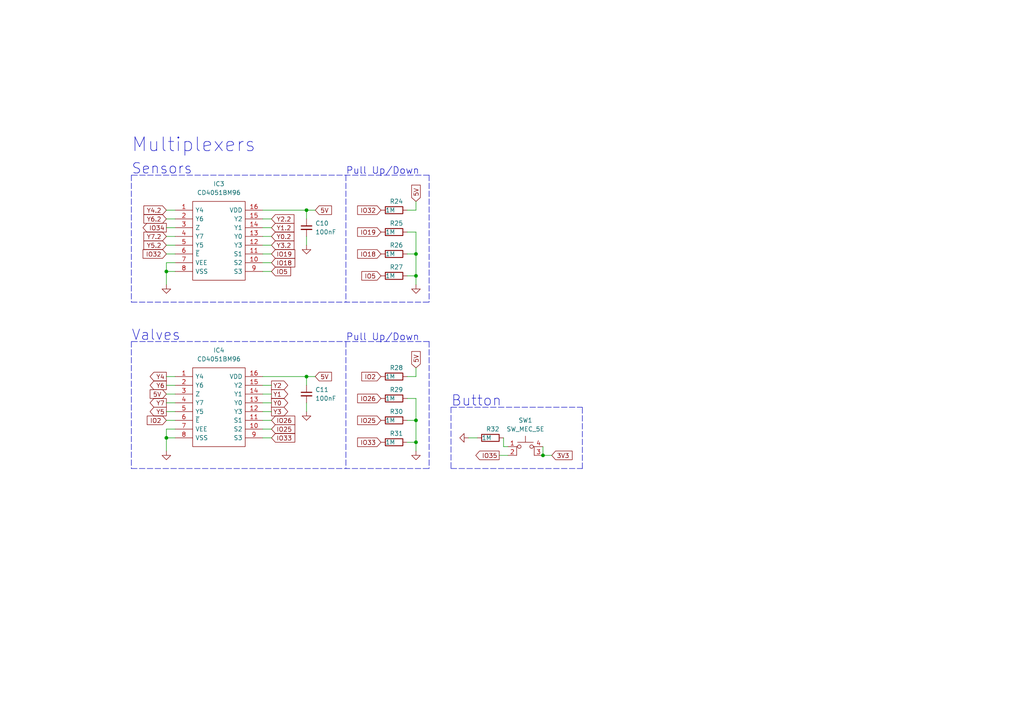
<source format=kicad_sch>
(kicad_sch (version 20231120) (generator "eeschema") (generator_version "8.0")
  (paper "A4")
  (title_block (title "Plant Watering") (date "2022-08-29") (rev "1") (company "All in one device for plant irrigation") (comment 1 "Reading moisture, processing data, including weather, switching of solenoid valves") (comment 2 "5 A peak current, max. 1 s") (comment 3 "24 V input voltage"))
  (lib_symbols
    (symbol "Device:C_Small" (pin_numbers hide) (pin_names (offset 0.254) hide)
      (property "Reference" "C" (at 0.254 1.778 0))
      (property "Value" "C_Small" (at 0.254 -2.032 0))
      (symbol "C_Small_0_1"
        (polyline (pts (xy -1.524 -0.508) (xy 1.524 -0.508)) (stroke (width 0.3302)))
        (polyline (pts (xy -1.524 0.508) (xy 1.524 0.508)) (stroke (width 0.3048)))
      )
      (symbol "C_Small_1_1"
        (pin passive line (at 0 2.54 270) (length 2.032) (name "~") (number "1"))
        (pin passive line (at 0 -2.54 90) (length 2.032) (name "~") (number "2"))
      )
    )
    (symbol "Device:R" (pin_numbers hide) (pin_names (offset 0))
      (property "Reference" "R" (at 2.032 0 90))
      (property "Value" "R" (at 0 0 90))
      (symbol "R_0_1"
        (rectangle (start -1.016 -2.54) (end 1.016 2.54) (stroke (width 0.254)))
      )
      (symbol "R_1_1"
        (pin passive line (at 0 3.81 270) (length 1.27) (name "~") (number "1"))
        (pin passive line (at 0 -3.81 90) (length 1.27) (name "~") (number "2"))
      )
    )
    (symbol "SamacSys_Parts:HEF4051BT,653" (pin_names (offset 0.762))
      (property "Reference" "IC" (at 21.59 7.62 0))
      (property "Value" "HEF4051BT,653" (at 21.59 5.08 0))
      (symbol "HEF4051BT,653_0_0"
        (pin passive line (at 0 0 0) (length 5.08) (name "Y4") (number "1"))
        (pin passive line (at 25.4 -15.24 180) (length 5.08) (name "S2") (number "10"))
        (pin passive line (at 25.4 -12.7 180) (length 5.08) (name "S1") (number "11"))
        (pin passive line (at 25.4 -10.16 180) (length 5.08) (name "Y3") (number "12"))
        (pin passive line (at 25.4 -7.62 180) (length 5.08) (name "Y0") (number "13"))
        (pin passive line (at 25.4 -5.08 180) (length 5.08) (name "Y1") (number "14"))
        (pin passive line (at 25.4 -2.54 180) (length 5.08) (name "Y2") (number "15"))
        (pin passive line (at 25.4 0 180) (length 5.08) (name "VDD") (number "16"))
        (pin passive line (at 0 -2.54 0) (length 5.08) (name "Y6") (number "2"))
        (pin passive line (at 0 -5.08 0) (length 5.08) (name "Z") (number "3"))
        (pin passive line (at 0 -7.62 0) (length 5.08) (name "Y7") (number "4"))
        (pin passive line (at 0 -10.16 0) (length 5.08) (name "Y5") (number "5"))
        (pin passive line (at 0 -12.7 0) (length 5.08) (name "~{E}") (number "6"))
        (pin passive line (at 0 -15.24 0) (length 5.08) (name "VEE") (number "7"))
        (pin passive line (at 0 -17.78 0) (length 5.08) (name "VSS") (number "8"))
        (pin passive line (at 25.4 -17.78 180) (length 5.08) (name "S3") (number "9"))
      )
      (symbol "HEF4051BT,653_0_1"
        (polyline (pts (xy 5.08 2.54) (xy 20.32 2.54) (xy 20.32 -20.32) (xy 5.08 -20.32) (xy 5.08 2.54)) (stroke (width 0.1524)))
      )
    )
    (symbol "Switch:SW_MEC_5E" (pin_names (offset 1.016) hide)
      (property "Reference" "SW" (at 0.635 5.715 0))
      (property "Value" "SW_MEC_5E" (at 0 -3.175 0))
      (symbol "SW_MEC_5E_0_1"
        (circle (center -1.778 2.54) (radius 0.508))
        (polyline (pts (xy -2.286 3.81) (xy 2.286 3.81)))
        (polyline (pts (xy 0 3.81) (xy 0 5.588)))
        (polyline (pts (xy -2.54 0) (xy -2.54 2.54) (xy -2.286 2.54)))
        (polyline (pts (xy 2.54 0) (xy 2.54 2.54) (xy 2.286 2.54)))
        (circle (center 1.778 2.54) (radius 0.508))
        (pin passive line (at -5.08 2.54 0) (length 2.54) (name "1") (number "1"))
        (pin passive line (at -5.08 0 0) (length 2.54) (name "2") (number "2"))
        (pin passive line (at 5.08 0 180) (length 2.54) (name "K") (number "3"))
        (pin passive line (at 5.08 2.54 180) (length 2.54) (name "A") (number "4"))
      )
    )
    (symbol "power:GND" (power) (pin_names (offset 0))
      (property "Value" "GND" (at 0 -3.81 0))
      (symbol "GND_0_1"
        (polyline (pts (xy 0 0) (xy 0 -1.27) (xy 1.27 -1.27) (xy 0 -2.54) (xy -1.27 -1.27) (xy 0 -1.27)))
      )
      (symbol "GND_1_1"
        (pin power_in line (at 0 0 270) (length 0) hide (name "GND") (number "1"))
      )
    )
  )
  (junction (at 120.65 73.66))
  (junction (at 48.26 78.74))
  (junction (at 120.65 121.92))
  (junction (at 157.48 132.08))
  (junction (at 88.9 109.22))
  (junction (at 120.65 128.27))
  (junction (at 88.9 60.96))
  (junction (at 48.26 127))
  (junction (at 120.65 80.01))
  (wire (pts (xy 120.65 80.01) (xy 120.65 82.55)))
  (polyline (pts (xy 130.81 135.89) (xy 168.91 135.89)) (stroke (width 0) (type dash)))
  (polyline (pts (xy 130.81 118.11) (xy 130.81 135.89)) (stroke (width 0) (type dash)))
  (polyline (pts (xy 38.1 87.63) (xy 124.46 87.63)) (stroke (width 0) (type dash)))
  (wire (pts (xy 144.78 132.08) (xy 147.32 132.08)))
  (wire (pts (xy 48.26 119.38) (xy 50.8 119.38)))
  (wire (pts (xy 157.48 132.08) (xy 160.02 132.08)))
  (wire (pts (xy 48.26 116.84) (xy 50.8 116.84)))
  (polyline (pts (xy 130.81 118.11) (xy 168.91 118.11)) (stroke (width 0) (type dash)))
  (wire (pts (xy 120.65 128.27) (xy 120.65 130.81)))
  (wire (pts (xy 48.26 76.2) (xy 48.26 78.74)))
  (wire (pts (xy 78.74 116.84) (xy 76.2 116.84)))
  (wire (pts (xy 48.26 60.96) (xy 50.8 60.96)))
  (wire (pts (xy 48.26 121.92) (xy 50.8 121.92)))
  (wire (pts (xy 120.65 73.66) (xy 120.65 80.01)))
  (wire (pts (xy 120.65 67.31) (xy 120.65 73.66)))
  (wire (pts (xy 88.9 60.96) (xy 88.9 63.5)))
  (wire (pts (xy 78.74 111.76) (xy 76.2 111.76)))
  (wire (pts (xy 48.26 109.22) (xy 50.8 109.22)))
  (wire (pts (xy 48.26 68.58) (xy 50.8 68.58)))
  (wire (pts (xy 120.65 109.22) (xy 120.65 106.68)))
  (wire (pts (xy 78.74 63.5) (xy 76.2 63.5)))
  (polyline (pts (xy 168.91 135.89) (xy 168.91 118.11)) (stroke (width 0) (type dash)))
  (polyline (pts (xy 100.33 50.8) (xy 100.33 87.63)) (stroke (width 0) (type dash)))
  (polyline (pts (xy 38.1 50.8) (xy 38.1 87.63)) (stroke (width 0) (type dash)))
  (wire (pts (xy 88.9 109.22) (xy 88.9 111.76)))
  (wire (pts (xy 48.26 71.12) (xy 50.8 71.12)))
  (wire (pts (xy 118.11 60.96) (xy 120.65 60.96)))
  (wire (pts (xy 48.26 78.74) (xy 48.26 82.55)))
  (wire (pts (xy 118.11 109.22) (xy 120.65 109.22)))
  (wire (pts (xy 78.74 68.58) (xy 76.2 68.58)))
  (polyline (pts (xy 100.33 99.06) (xy 100.33 135.89)) (stroke (width 0) (type dash)))
  (polyline (pts (xy 124.46 99.06) (xy 38.1 99.06)) (stroke (width 0) (type dash)))
  (wire (pts (xy 48.26 127) (xy 48.26 130.81)))
  (polyline (pts (xy 38.1 99.06) (xy 38.1 135.89)) (stroke (width 0) (type dash)))
  (wire (pts (xy 78.74 124.46) (xy 76.2 124.46)))
  (wire (pts (xy 76.2 109.22) (xy 88.9 109.22)))
  (wire (pts (xy 78.74 71.12) (xy 76.2 71.12)))
  (wire (pts (xy 88.9 116.84) (xy 88.9 119.38)))
  (wire (pts (xy 78.74 66.04) (xy 76.2 66.04)))
  (wire (pts (xy 50.8 124.46) (xy 48.26 124.46)))
  (wire (pts (xy 50.8 76.2) (xy 48.26 76.2)))
  (polyline (pts (xy 124.46 50.8) (xy 38.1 50.8)) (stroke (width 0) (type dash)))
  (wire (pts (xy 118.11 115.57) (xy 120.65 115.57)))
  (wire (pts (xy 78.74 121.92) (xy 76.2 121.92)))
  (wire (pts (xy 48.26 124.46) (xy 48.26 127)))
  (wire (pts (xy 48.26 63.5) (xy 50.8 63.5)))
  (wire (pts (xy 48.26 66.04) (xy 50.8 66.04)))
  (wire (pts (xy 120.65 60.96) (xy 120.65 58.42)))
  (wire (pts (xy 157.48 129.54) (xy 157.48 132.08)))
  (wire (pts (xy 135.89 127) (xy 138.43 127)))
  (wire (pts (xy 120.65 121.92) (xy 120.65 128.27)))
  (wire (pts (xy 118.11 67.31) (xy 120.65 67.31)))
  (wire (pts (xy 88.9 109.22) (xy 91.44 109.22)))
  (wire (pts (xy 76.2 60.96) (xy 88.9 60.96)))
  (wire (pts (xy 76.2 78.74) (xy 78.74 78.74)))
  (polyline (pts (xy 124.46 99.06) (xy 124.46 135.89)) (stroke (width 0) (type dash)))
  (wire (pts (xy 76.2 73.66) (xy 78.74 73.66)))
  (wire (pts (xy 48.26 127) (xy 50.8 127)))
  (wire (pts (xy 146.05 129.54) (xy 146.05 127)))
  (wire (pts (xy 78.74 127) (xy 76.2 127)))
  (wire (pts (xy 118.11 80.01) (xy 120.65 80.01)))
  (wire (pts (xy 78.74 119.38) (xy 76.2 119.38)))
  (wire (pts (xy 118.11 128.27) (xy 120.65 128.27)))
  (wire (pts (xy 78.74 76.2) (xy 76.2 76.2)))
  (wire (pts (xy 48.26 114.3) (xy 50.8 114.3)))
  (wire (pts (xy 48.26 111.76) (xy 50.8 111.76)))
  (wire (pts (xy 118.11 121.92) (xy 120.65 121.92)))
  (wire (pts (xy 48.26 78.74) (xy 50.8 78.74)))
  (wire (pts (xy 120.65 115.57) (xy 120.65 121.92)))
  (wire (pts (xy 88.9 68.58) (xy 88.9 71.12)))
  (polyline (pts (xy 124.46 50.8) (xy 124.46 87.63)) (stroke (width 0) (type dash)))
  (polyline (pts (xy 38.1 135.89) (xy 124.46 135.89)) (stroke (width 0) (type dash)))
  (wire (pts (xy 88.9 60.96) (xy 91.44 60.96)))
  (wire (pts (xy 147.32 129.54) (xy 146.05 129.54)))
  (wire (pts (xy 48.26 73.66) (xy 50.8 73.66)))
  (wire (pts (xy 118.11 73.66) (xy 120.65 73.66)))
  (wire (pts (xy 78.74 114.3) (xy 76.2 114.3)))
  (text "Button\n" (at 130.81 118.11 0) (effects (font (size 3 3)) (justify left bottom)))
  (text "Valves" (at 38.1 99.06 0) (effects (font (size 3 3)) (justify left bottom)))
  (text "Pull Up/Down" (at 100.33 50.8 0) (effects (font (size 2 2)) (justify left bottom)))
  (text "Multiplexers" (at 38.1 44.45 0) (effects (font (size 4 4)) (justify left bottom)))
  (text "Sensors" (at 38.1 50.8 0) (effects (font (size 3 3)) (justify left bottom)))
  (text "Pull Up/Down" (at 100.33 99.06 0) (effects (font (size 2 2)) (justify left bottom)))
  (global_label "Y1" (shape output) (at 78.74 114.3 0) (property "Intersheetrefs" "${INTERSHEET_REFS}" (effects (hide yes))))
  (global_label "IO18" (shape input) (at 110.49 73.66 180) (property "Intersheetrefs" "${INTERSHEET_REFS}" (effects (hide yes))))
  (global_label "IO26" (shape input) (at 110.49 115.57 180) (property "Intersheetrefs" "${INTERSHEET_REFS}" (effects (hide yes))))
  (global_label "Y4.2" (shape input) (at 48.26 60.96 180) (property "Intersheetrefs" "${INTERSHEET_REFS}" (effects (hide yes))))
  (global_label "IO19" (shape input) (at 78.74 73.66 0) (property "Intersheetrefs" "${INTERSHEET_REFS}" (effects (hide yes))))
  (global_label "Y5.2" (shape input) (at 48.26 71.12 180) (property "Intersheetrefs" "${INTERSHEET_REFS}" (effects (hide yes))))
  (global_label "3V3" (shape input) (at 160.02 132.08 0) (property "Intersheetrefs" "${INTERSHEET_REFS}" (effects (hide yes))))
  (global_label "IO25" (shape input) (at 78.74 124.46 0) (property "Intersheetrefs" "${INTERSHEET_REFS}" (effects (hide yes))))
  (global_label "IO2" (shape input) (at 48.26 121.92 180) (property "Intersheetrefs" "${INTERSHEET_REFS}" (effects (hide yes))))
  (global_label "5V" (shape input) (at 48.26 114.3 180) (property "Intersheetrefs" "${INTERSHEET_REFS}" (effects (hide yes))))
  (global_label "Y7.2" (shape input) (at 48.26 68.58 180) (property "Intersheetrefs" "${INTERSHEET_REFS}" (effects (hide yes))))
  (global_label "IO35" (shape output) (at 144.78 132.08 180) (property "Intersheetrefs" "${INTERSHEET_REFS}" (effects (hide yes))))
  (global_label "IO34" (shape output) (at 48.26 66.04 180) (property "Intersheetrefs" "${INTERSHEET_REFS}" (effects (hide yes))))
  (global_label "IO33" (shape input) (at 110.49 128.27 180) (property "Intersheetrefs" "${INTERSHEET_REFS}" (effects (hide yes))))
  (global_label "5V" (shape input) (at 91.44 109.22 0) (property "Intersheetrefs" "${INTERSHEET_REFS}" (effects (hide yes))))
  (global_label "IO33" (shape input) (at 78.74 127 0) (property "Intersheetrefs" "${INTERSHEET_REFS}" (effects (hide yes))))
  (global_label "Y4" (shape output) (at 48.26 109.22 180) (property "Intersheetrefs" "${INTERSHEET_REFS}" (effects (hide yes))))
  (global_label "Y0.2" (shape input) (at 78.74 68.58 0) (property "Intersheetrefs" "${INTERSHEET_REFS}" (effects (hide yes))))
  (global_label "Y1.2" (shape input) (at 78.74 66.04 0) (property "Intersheetrefs" "${INTERSHEET_REFS}" (effects (hide yes))))
  (global_label "Y3.2" (shape input) (at 78.74 71.12 0) (property "Intersheetrefs" "${INTERSHEET_REFS}" (effects (hide yes))))
  (global_label "IO25" (shape input) (at 110.49 121.92 180) (property "Intersheetrefs" "${INTERSHEET_REFS}" (effects (hide yes))))
  (global_label "Y3" (shape output) (at 78.74 119.38 0) (property "Intersheetrefs" "${INTERSHEET_REFS}" (effects (hide yes))))
  (global_label "5V" (shape input) (at 120.65 58.42 90) (property "Intersheetrefs" "${INTERSHEET_REFS}" (effects (hide yes))))
  (global_label "IO32" (shape input) (at 110.49 60.96 180) (property "Intersheetrefs" "${INTERSHEET_REFS}" (effects (hide yes))))
  (global_label "IO2" (shape input) (at 110.49 109.22 180) (property "Intersheetrefs" "${INTERSHEET_REFS}" (effects (hide yes))))
  (global_label "IO18" (shape input) (at 78.74 76.2 0) (property "Intersheetrefs" "${INTERSHEET_REFS}" (effects (hide yes))))
  (global_label "IO5" (shape input) (at 78.74 78.74 0) (property "Intersheetrefs" "${INTERSHEET_REFS}" (effects (hide yes))))
  (global_label "Y6.2" (shape input) (at 48.26 63.5 180) (property "Intersheetrefs" "${INTERSHEET_REFS}" (effects (hide yes))))
  (global_label "Y5" (shape output) (at 48.26 119.38 180) (property "Intersheetrefs" "${INTERSHEET_REFS}" (effects (hide yes))))
  (global_label "Y7" (shape output) (at 48.26 116.84 180) (property "Intersheetrefs" "${INTERSHEET_REFS}" (effects (hide yes))))
  (global_label "IO5" (shape input) (at 110.49 80.01 180) (property "Intersheetrefs" "${INTERSHEET_REFS}" (effects (hide yes))))
  (global_label "Y2" (shape output) (at 78.74 111.76 0) (property "Intersheetrefs" "${INTERSHEET_REFS}" (effects (hide yes))))
  (global_label "IO32" (shape input) (at 48.26 73.66 180) (property "Intersheetrefs" "${INTERSHEET_REFS}" (effects (hide yes))))
  (global_label "IO19" (shape input) (at 110.49 67.31 180) (property "Intersheetrefs" "${INTERSHEET_REFS}" (effects (hide yes))))
  (global_label "Y6" (shape output) (at 48.26 111.76 180) (property "Intersheetrefs" "${INTERSHEET_REFS}" (effects (hide yes))))
  (global_label "Y2.2" (shape input) (at 78.74 63.5 0) (property "Intersheetrefs" "${INTERSHEET_REFS}" (effects (hide yes))))
  (global_label "IO26" (shape input) (at 78.74 121.92 0) (property "Intersheetrefs" "${INTERSHEET_REFS}" (effects (hide yes))))
  (global_label "Y0" (shape output) (at 78.74 116.84 0) (property "Intersheetrefs" "${INTERSHEET_REFS}" (effects (hide yes))))
  (global_label "5V" (shape input) (at 120.65 106.68 90) (property "Intersheetrefs" "${INTERSHEET_REFS}" (effects (hide yes))))
  (global_label "5V" (shape input) (at 91.44 60.96 0) (property "Intersheetrefs" "${INTERSHEET_REFS}" (effects (hide yes))))
  (symbol (lib_id "Device:R") (at 142.24 127 270) (unit 1)
    (property "Reference" "R32" (at 140.97 124.46 90) (effects (justify left)))
    (property "Value" "1M" (at 139.7 127 90) (effects (justify left)))
    (property "Footprint" "Resistor_SMD:R_0805_2012Metric" (effects (hide yes)))
    (property "LCSC" "C17514" (effects (hide yes)))
  )
  (symbol (lib_id "power:GND") (at 120.65 130.81 0) (unit 1)
    (property "Reference" "#PWR048" (effects (hide yes)))
    (property "Value" "GND" (effects (hide yes)))
  )
  (symbol (lib_id "Device:R") (at 114.3 121.92 270) (unit 1)
    (property "Reference" "R30" (at 113.03 119.38 90) (effects (justify left)))
    (property "Value" "1M" (at 111.76 121.92 90) (effects (justify left)))
    (property "Footprint" "Resistor_SMD:R_0805_2012Metric" (effects (hide yes)))
    (property "LCSC" "C17514" (effects (hide yes)))
  )
  (symbol (lib_id "power:GND") (at 48.26 130.81 0) (unit 1)
    (property "Reference" "#PWR044" (effects (hide yes)))
    (property "Value" "GND" (effects (hide yes)))
  )
  (symbol (lib_id "Device:R") (at 114.3 80.01 270) (unit 1)
    (property "Reference" "R27" (at 113.03 77.47 90) (effects (justify left)))
    (property "Value" "1M" (at 111.76 80.01 90) (effects (justify left)))
    (property "Footprint" "Resistor_SMD:R_0805_2012Metric" (effects (hide yes)))
    (property "LCSC" "C17514" (effects (hide yes)))
  )
  (symbol (lib_id "power:GND") (at 135.89 127 270) (unit 1)
    (property "Reference" "#PWR049" (effects (hide yes)))
    (property "Value" "GND" (effects (hide yes)))
  )
  (symbol (lib_id "power:GND") (at 120.65 82.55 0) (unit 1)
    (property "Reference" "#PWR047" (effects (hide yes)))
    (property "Value" "GND" (effects (hide yes)))
  )
  (symbol (lib_id "power:GND") (at 88.9 119.38 0) (unit 1)
    (property "Reference" "#PWR046" (effects (hide yes)))
    (property "Value" "GND" (effects (hide yes)))
  )
  (symbol (lib_id "SamacSys_Parts:HEF4051BT,653") (at 50.8 60.96 0) (unit 1)
    (property "Reference" "IC3" (at 63.5 53.34 0))
    (property "Value" "CD4051BM96" (at 63.5 55.88 0))
    (property "Footprint" "SamacSys_Parts:SOIC127P600X175-16N" (effects (hide yes)))
    (property "Description" "HEF4051B - 8-channel analog multiplexer/demultiplexer@en-us" (effects (hide yes)))
    (property "Height" "1.75" (effects (hide yes)))
    (property "Manufacturer_Part_Number" "CD4051BM96" (effects (hide yes)))
    (property "LCSC" "C21379" (effects (hide yes)))
  )
  (symbol (lib_id "Device:C_Small") (at 88.9 114.3 0) (unit 1)
    (property "Reference" "C11" (at 91.44 113.03 0) (effects (justify left)))
    (property "Value" "100nF" (at 91.44 115.57 0) (effects (justify left)))
    (property "Footprint" "Capacitor_SMD:C_0805_2012Metric" (effects (hide yes)))
    (property "LCSC" "C49678" (effects (hide yes)))
  )
  (symbol (lib_id "Device:R") (at 114.3 73.66 270) (unit 1)
    (property "Reference" "R26" (at 113.03 71.12 90) (effects (justify left)))
    (property "Value" "1M" (at 111.76 73.66 90) (effects (justify left)))
    (property "Footprint" "Resistor_SMD:R_0805_2012Metric" (effects (hide yes)))
    (property "LCSC" "C17514" (effects (hide yes)))
  )
  (symbol (lib_id "power:GND") (at 88.9 71.12 0) (unit 1)
    (property "Reference" "#PWR045" (effects (hide yes)))
    (property "Value" "GND" (effects (hide yes)))
  )
  (symbol (lib_id "Device:R") (at 114.3 109.22 270) (unit 1)
    (property "Reference" "R28" (at 113.03 106.68 90) (effects (justify left)))
    (property "Value" "1M" (at 111.76 109.22 90) (effects (justify left)))
    (property "Footprint" "Resistor_SMD:R_0805_2012Metric" (effects (hide yes)))
    (property "LCSC" "C17514" (effects (hide yes)))
  )
  (symbol (lib_id "Device:R") (at 114.3 115.57 270) (unit 1)
    (property "Reference" "R29" (at 113.03 113.03 90) (effects (justify left)))
    (property "Value" "1M" (at 111.76 115.57 90) (effects (justify left)))
    (property "Footprint" "Resistor_SMD:R_0805_2012Metric" (effects (hide yes)))
    (property "LCSC" "C17514" (effects (hide yes)))
  )
  (symbol (lib_id "Device:R") (at 114.3 60.96 270) (unit 1)
    (property "Reference" "R24" (at 113.03 58.42 90) (effects (justify left)))
    (property "Value" "1M" (at 111.76 60.96 90) (effects (justify left)))
    (property "Footprint" "Resistor_SMD:R_0805_2012Metric" (effects (hide yes)))
    (property "LCSC" "C17514" (effects (hide yes)))
  )
  (symbol (lib_id "Switch:SW_MEC_5E") (at 152.4 132.08 0) (unit 1)
    (property "Reference" "SW1" (at 152.4 121.92 0))
    (property "Value" "SW_MEC_5E" (at 152.4 124.46 0))
    (property "Footprint" "PersonalLibrary:SW_SPST_Omron_B3FS-100xP_3D" (effects (hide yes)))
    (property "Datasheet" "http://www.apem.com/int/index.php?controller=attachment&id_attachment=1371" (effects (hide yes)))
    (property "LCSC" "C231324" (effects (hide yes)))
  )
  (symbol (lib_id "Device:C_Small") (at 88.9 66.04 0) (unit 1)
    (property "Reference" "C10" (at 91.44 64.77 0) (effects (justify left)))
    (property "Value" "100nF" (at 91.44 67.31 0) (effects (justify left)))
    (property "Footprint" "Capacitor_SMD:C_0805_2012Metric" (effects (hide yes)))
    (property "LCSC" "C49678" (effects (hide yes)))
  )
  (symbol (lib_id "power:GND") (at 48.26 82.55 0) (unit 1)
    (property "Reference" "#PWR043" (effects (hide yes)))
    (property "Value" "GND" (effects (hide yes)))
  )
  (symbol (lib_id "Device:R") (at 114.3 67.31 270) (unit 1)
    (property "Reference" "R25" (at 113.03 64.77 90) (effects (justify left)))
    (property "Value" "1M" (at 111.76 67.31 90) (effects (justify left)))
    (property "Footprint" "Resistor_SMD:R_0805_2012Metric" (effects (hide yes)))
    (property "LCSC" "C17514" (effects (hide yes)))
  )
  (symbol (lib_id "SamacSys_Parts:HEF4051BT,653") (at 50.8 109.22 0) (unit 1)
    (property "Reference" "IC4" (at 63.5 101.6 0))
    (property "Value" "CD4051BM96" (at 63.5 104.14 0))
    (property "Footprint" "SamacSys_Parts:SOIC127P600X175-16N" (effects (hide yes)))
    (property "Height" "1.75" (effects (hide yes)))
    (property "Manufacturer_Part_Number" "CD4051BM96" (effects (hide yes)))
    (property "LCSC" "C21379" (effects (hide yes)))
  )
  (symbol (lib_id "Device:R") (at 114.3 128.27 270) (unit 1)
    (property "Reference" "R31" (at 113.03 125.73 90) (effects (justify left)))
    (property "Value" "1M" (at 111.76 128.27 90) (effects (justify left)))
    (property "Footprint" "Resistor_SMD:R_0805_2012Metric" (effects (hide yes)))
    (property "LCSC" "C17514" (effects (hide yes)))
  )
)
</source>
